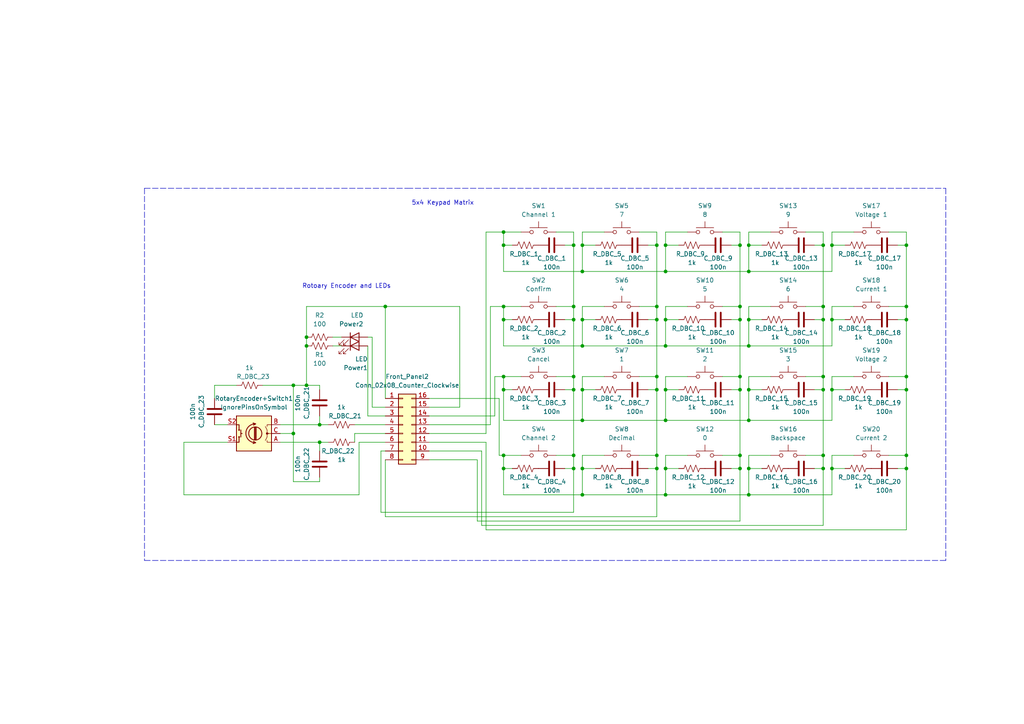
<source format=kicad_sch>
(kicad_sch (version 20211123) (generator eeschema)
  (paper "A4")
  (title_block (title "Front Panel I/O Board") (date "2022-09-12") (rev "1") (company "George Mason University") (comment 1 "MCU through a 2x10 JST plug.") (comment 2 "this PCB as it has its own. The PCB will e connected to the primary") (comment 3 "panel of thc case. The 20x04 Character LCD display is not part of") (comment 4 "The front panel will be on a seperate PCB connected to the front"))
  (lib_symbols
    (symbol "Connector_Generic:Conn_02x08_Counter_Clockwise" (pin_names (offset 1.016) hide)
      (property "Reference" "J" (at 1.27 10.16 0))
      (property "Value" "Conn_02x08_Counter_Clockwise" (at 1.27 -12.7 0))
      (symbol "Conn_02x08_Counter_Clockwise_1_1"
        (rectangle (start -1.27 -10.033) (end 0 -10.287) (stroke (width 0.1524)))
        (rectangle (start -1.27 -7.493) (end 0 -7.747) (stroke (width 0.1524)))
        (rectangle (start -1.27 -4.953) (end 0 -5.207) (stroke (width 0.1524)))
        (rectangle (start -1.27 -2.413) (end 0 -2.667) (stroke (width 0.1524)))
        (rectangle (start -1.27 0.127) (end 0 -0.127) (stroke (width 0.1524)))
        (rectangle (start -1.27 2.667) (end 0 2.413) (stroke (width 0.1524)))
        (rectangle (start -1.27 5.207) (end 0 4.953) (stroke (width 0.1524)))
        (rectangle (start -1.27 7.747) (end 0 7.493) (stroke (width 0.1524)))
        (rectangle (start -1.27 8.89) (end 3.81 -11.43) (stroke (width 0.254)) (fill (type background)))
        (rectangle (start 3.81 -10.033) (end 2.54 -10.287) (stroke (width 0.1524)))
        (rectangle (start 3.81 -7.493) (end 2.54 -7.747) (stroke (width 0.1524)))
        (rectangle (start 3.81 -4.953) (end 2.54 -5.207) (stroke (width 0.1524)))
        (rectangle (start 3.81 -2.413) (end 2.54 -2.667) (stroke (width 0.1524)))
        (rectangle (start 3.81 0.127) (end 2.54 -0.127) (stroke (width 0.1524)))
        (rectangle (start 3.81 2.667) (end 2.54 2.413) (stroke (width 0.1524)))
        (rectangle (start 3.81 5.207) (end 2.54 4.953) (stroke (width 0.1524)))
        (rectangle (start 3.81 7.747) (end 2.54 7.493) (stroke (width 0.1524)))
        (pin passive line (at -5.08 7.62 0) (length 3.81) (name "Pin_1") (number "1"))
        (pin passive line (at 7.62 -7.62 180) (length 3.81) (name "Pin_10") (number "10"))
        (pin passive line (at 7.62 -5.08 180) (length 3.81) (name "Pin_11") (number "11"))
        (pin passive line (at 7.62 -2.54 180) (length 3.81) (name "Pin_12") (number "12"))
        (pin passive line (at 7.62 0 180) (length 3.81) (name "Pin_13") (number "13"))
        (pin passive line (at 7.62 2.54 180) (length 3.81) (name "Pin_14") (number "14"))
        (pin passive line (at 7.62 5.08 180) (length 3.81) (name "Pin_15") (number "15"))
        (pin passive line (at 7.62 7.62 180) (length 3.81) (name "Pin_16") (number "16"))
        (pin passive line (at -5.08 5.08 0) (length 3.81) (name "Pin_2") (number "2"))
        (pin passive line (at -5.08 2.54 0) (length 3.81) (name "Pin_3") (number "3"))
        (pin passive line (at -5.08 0 0) (length 3.81) (name "Pin_4") (number "4"))
        (pin passive line (at -5.08 -2.54 0) (length 3.81) (name "Pin_5") (number "5"))
        (pin passive line (at -5.08 -5.08 0) (length 3.81) (name "Pin_6") (number "6"))
        (pin passive line (at -5.08 -7.62 0) (length 3.81) (name "Pin_7") (number "7"))
        (pin passive line (at -5.08 -10.16 0) (length 3.81) (name "Pin_8") (number "8"))
        (pin passive line (at 7.62 -10.16 180) (length 3.81) (name "Pin_9") (number "9"))
      )
    )
    (symbol "Device:C" (pin_numbers hide) (pin_names (offset 0.254))
      (property "Reference" "C" (at 0.635 2.54 0))
      (property "Value" "C" (at 0.635 -2.54 0))
      (symbol "C_0_1"
        (polyline (pts (xy -2.032 -0.762) (xy 2.032 -0.762)) (stroke (width 0.508)))
        (polyline (pts (xy -2.032 0.762) (xy 2.032 0.762)) (stroke (width 0.508)))
      )
      (symbol "C_1_1"
        (pin passive line (at 0 3.81 270) (length 2.794) (name "~") (number "1"))
        (pin passive line (at 0 -3.81 90) (length 2.794) (name "~") (number "2"))
      )
    )
    (symbol "Device:LED" (pin_numbers hide) (pin_names (offset 1.016) hide)
      (property "Reference" "D" (at 0 2.54 0))
      (property "Value" "LED" (at 0 -2.54 0))
      (symbol "LED_0_1"
        (polyline (pts (xy -1.27 -1.27) (xy -1.27 1.27)) (stroke (width 0.254)))
        (polyline (pts (xy -1.27 0) (xy 1.27 0)))
        (polyline (pts (xy 1.27 -1.27) (xy 1.27 1.27) (xy -1.27 0) (xy 1.27 -1.27)) (stroke (width 0.254)))
        (polyline (pts (xy -3.048 -0.762) (xy -4.572 -2.286) (xy -3.81 -2.286) (xy -4.572 -2.286) (xy -4.572 -1.524)))
        (polyline (pts (xy -1.778 -0.762) (xy -3.302 -2.286) (xy -2.54 -2.286) (xy -3.302 -2.286) (xy -3.302 -1.524)))
      )
      (symbol "LED_1_1"
        (pin passive line (at -3.81 0 0) (length 2.54) (name "K") (number "1"))
        (pin passive line (at 3.81 0 180) (length 2.54) (name "A") (number "2"))
      )
    )
    (symbol "Device:R_US" (pin_numbers hide) (pin_names (offset 0))
      (property "Reference" "R" (at 2.54 0 90))
      (property "Value" "R_US" (at -2.54 0 90))
      (symbol "R_US_0_1"
        (polyline (pts (xy 0 -2.286) (xy 0 -2.54)))
        (polyline (pts (xy 0 2.286) (xy 0 2.54)))
        (polyline (pts (xy 0 -0.762) (xy 1.016 -1.143) (xy 0 -1.524) (xy -1.016 -1.905) (xy 0 -2.286)))
        (polyline (pts (xy 0 0.762) (xy 1.016 0.381) (xy 0 0) (xy -1.016 -0.381) (xy 0 -0.762)))
        (polyline (pts (xy 0 2.286) (xy 1.016 1.905) (xy 0 1.524) (xy -1.016 1.143) (xy 0 0.762)))
      )
      (symbol "R_US_1_1"
        (pin passive line (at 0 3.81 270) (length 1.27) (name "~") (number "1"))
        (pin passive line (at 0 -3.81 90) (length 1.27) (name "~") (number "2"))
      )
    )
    (symbol "Device:RotaryEncoder_Switch" (pin_names (offset 0.254) hide)
      (property "Reference" "SW" (at 0 6.604 0))
      (property "Value" "RotaryEncoder_Switch" (at 0 -6.604 0))
      (symbol "RotaryEncoder_Switch_0_1"
        (rectangle (start -5.08 5.08) (end 5.08 -5.08) (stroke (width 0.254)) (fill (type background)))
        (circle (center -3.81 0) (radius 0.254) (fill (type outline)))
        (arc (start -0.381 -2.794) (mid 2.3622 -0.0508) (end -0.381 2.667) (stroke (width 0.254)))
        (circle (center -0.381 0) (radius 1.905) (stroke (width 0.254)))
        (polyline (pts (xy -0.635 -1.778) (xy -0.635 1.778)) (stroke (width 0.254)))
        (polyline (pts (xy -0.381 -1.778) (xy -0.381 1.778)) (stroke (width 0.254)))
        (polyline (pts (xy -0.127 1.778) (xy -0.127 -1.778)) (stroke (width 0.254)))
        (polyline (pts (xy 3.81 0) (xy 3.429 0)) (stroke (width 0.254)))
        (polyline (pts (xy 3.81 1.016) (xy 3.81 -1.016)) (stroke (width 0.254)))
        (polyline (pts (xy -5.08 -2.54) (xy -3.81 -2.54) (xy -3.81 -2.032)))
        (polyline (pts (xy -5.08 2.54) (xy -3.81 2.54) (xy -3.81 2.032)))
        (polyline (pts (xy 0.254 -3.048) (xy -0.508 -2.794) (xy 0.127 -2.413)) (stroke (width 0.254)))
        (polyline (pts (xy 0.254 2.921) (xy -0.508 2.667) (xy 0.127 2.286)) (stroke (width 0.254)))
        (polyline (pts (xy 5.08 -2.54) (xy 4.318 -2.54) (xy 4.318 -1.016)) (stroke (width 0.254)))
        (polyline (pts (xy 5.08 2.54) (xy 4.318 2.54) (xy 4.318 1.016)) (stroke (width 0.254)))
        (polyline (pts (xy -5.08 0) (xy -3.81 0) (xy -3.81 -1.016) (xy -3.302 -2.032)))
        (polyline (pts (xy -4.318 0) (xy -3.81 0) (xy -3.81 1.016) (xy -3.302 2.032)))
        (circle (center 4.318 -1.016) (radius 0.127) (stroke (width 0.254)))
        (circle (center 4.318 1.016) (radius 0.127) (stroke (width 0.254)))
      )
      (symbol "RotaryEncoder_Switch_1_1"
        (pin passive line (at -7.62 2.54 0) (length 2.54) (name "A") (number "A"))
        (pin passive line (at -7.62 -2.54 0) (length 2.54) (name "B") (number "B"))
        (pin passive line (at -7.62 0 0) (length 2.54) (name "C") (number "C"))
        (pin passive line (at 7.62 2.54 180) (length 2.54) (name "S1") (number "S1"))
        (pin passive line (at 7.62 -2.54 180) (length 2.54) (name "S2") (number "S2"))
      )
    )
    (symbol "Switch:SW_Push" (pin_numbers hide) (pin_names (offset 1.016) hide)
      (property "Reference" "SW" (at 1.27 2.54 0))
      (property "Value" "SW_Push" (at 0 -1.524 0))
      (symbol "SW_Push_0_1"
        (circle (center -2.032 0) (radius 0.508))
        (polyline (pts (xy 0 1.27) (xy 0 3.048)))
        (polyline (pts (xy 2.54 1.27) (xy -2.54 1.27)))
        (circle (center 2.032 0) (radius 0.508))
        (pin passive line (at -5.08 0 0) (length 2.54) (name "1") (number "1"))
        (pin passive line (at 5.08 0 180) (length 2.54) (name "2") (number "2"))
      )
    )
  )
  (junction (at 92.71 123.19))
  (junction (at 214.63 88.9))
  (junction (at 146.05 71.12))
  (junction (at 217.17 71.12))
  (junction (at 262.89 113.03))
  (junction (at 146.05 109.22))
  (junction (at 166.37 92.71))
  (junction (at 168.91 100.33))
  (junction (at 262.89 109.22))
  (junction (at 92.71 128.27))
  (junction (at 146.05 113.03))
  (junction (at 111.76 88.9))
  (junction (at 190.5 109.22))
  (junction (at 238.76 109.22))
  (junction (at 146.05 67.31))
  (junction (at 217.17 92.71))
  (junction (at 217.17 121.92))
  (junction (at 190.5 113.03))
  (junction (at 168.91 121.92))
  (junction (at 88.9 97.79))
  (junction (at 217.17 135.89))
  (junction (at 88.9 100.33))
  (junction (at 168.91 143.51))
  (junction (at 214.63 92.71))
  (junction (at 241.3 92.71))
  (junction (at 238.76 92.71))
  (junction (at 217.17 100.33))
  (junction (at 238.76 132.08))
  (junction (at 193.04 143.51))
  (junction (at 166.37 71.12))
  (junction (at 217.17 113.03))
  (junction (at 193.04 71.12))
  (junction (at 190.5 88.9))
  (junction (at 168.91 78.74))
  (junction (at 214.63 109.22))
  (junction (at 262.89 71.12))
  (junction (at 190.5 71.12))
  (junction (at 168.91 71.12))
  (junction (at 190.5 92.71))
  (junction (at 166.37 88.9))
  (junction (at 193.04 92.71))
  (junction (at 262.89 92.71))
  (junction (at 166.37 113.03))
  (junction (at 146.05 88.9))
  (junction (at 146.05 92.71))
  (junction (at 238.76 135.89))
  (junction (at 262.89 132.08))
  (junction (at 193.04 113.03))
  (junction (at 214.63 71.12))
  (junction (at 214.63 132.08))
  (junction (at 193.04 100.33))
  (junction (at 238.76 113.03))
  (junction (at 217.17 78.74))
  (junction (at 166.37 135.89))
  (junction (at 193.04 78.74))
  (junction (at 85.09 111.76))
  (junction (at 262.89 135.89))
  (junction (at 190.5 135.89))
  (junction (at 262.89 88.9))
  (junction (at 168.91 135.89))
  (junction (at 241.3 135.89))
  (junction (at 238.76 88.9))
  (junction (at 193.04 135.89))
  (junction (at 85.09 125.73))
  (junction (at 166.37 109.22))
  (junction (at 88.9 111.76))
  (junction (at 214.63 135.89))
  (junction (at 214.63 113.03))
  (junction (at 238.76 71.12))
  (junction (at 168.91 92.71))
  (junction (at 166.37 132.08))
  (junction (at 217.17 143.51))
  (junction (at 193.04 121.92))
  (junction (at 146.05 132.08))
  (junction (at 190.5 132.08))
  (junction (at 241.3 113.03))
  (junction (at 146.05 135.89))
  (junction (at 241.3 71.12))
  (junction (at 168.91 113.03))
  (wire (pts (xy 146.05 135.89) (xy 146.05 143.51)))
  (wire (pts (xy 214.63 109.22) (xy 214.63 113.03)))
  (wire (pts (xy 238.76 92.71) (xy 238.76 109.22)))
  (wire (pts (xy 214.63 71.12) (xy 214.63 88.9)))
  (wire (pts (xy 146.05 132.08) (xy 151.13 132.08)))
  (wire (pts (xy 88.9 97.79) (xy 88.9 100.33)))
  (wire (pts (xy 166.37 132.08) (xy 166.37 135.89)))
  (wire (pts (xy 214.63 71.12) (xy 212.09 71.12)))
  (wire (pts (xy 138.43 151.13) (xy 214.63 151.13)))
  (wire (pts (xy 241.3 113.03) (xy 245.11 113.03)))
  (wire (pts (xy 81.28 128.27) (xy 92.71 128.27)))
  (wire (pts (xy 190.5 88.9) (xy 190.5 92.71)))
  (wire (pts (xy 140.97 153.67) (xy 262.89 153.67)))
  (wire (pts (xy 262.89 109.22) (xy 262.89 113.03)))
  (wire (pts (xy 262.89 71.12) (xy 260.35 71.12)))
  (wire (pts (xy 92.71 128.27) (xy 92.71 130.81)))
  (wire (pts (xy 193.04 92.71) (xy 193.04 100.33)))
  (wire (pts (xy 185.42 67.31) (xy 190.5 67.31)))
  (wire (pts (xy 168.91 135.89) (xy 172.72 135.89)))
  (polyline (pts (xy 41.91 54.61) (xy 118.11 54.61)))
  (wire (pts (xy 144.78 115.57) (xy 124.46 115.57)))
  (wire (pts (xy 241.3 135.89) (xy 245.11 135.89)))
  (wire (pts (xy 124.46 125.73) (xy 140.97 125.73)))
  (wire (pts (xy 146.05 121.92) (xy 168.91 121.92)))
  (wire (pts (xy 238.76 88.9) (xy 238.76 92.71)))
  (wire (pts (xy 166.37 109.22) (xy 166.37 113.03)))
  (wire (pts (xy 262.89 135.89) (xy 260.35 135.89)))
  (wire (pts (xy 146.05 88.9) (xy 146.05 92.71)))
  (wire (pts (xy 262.89 135.89) (xy 262.89 153.67)))
  (wire (pts (xy 111.76 149.86) (xy 190.5 149.86)))
  (wire (pts (xy 238.76 71.12) (xy 236.22 71.12)))
  (wire (pts (xy 168.91 100.33) (xy 168.91 92.71)))
  (wire (pts (xy 190.5 135.89) (xy 190.5 149.86)))
  (wire (pts (xy 241.3 88.9) (xy 241.3 92.71)))
  (wire (pts (xy 146.05 92.71) (xy 148.59 92.71)))
  (wire (pts (xy 214.63 135.89) (xy 212.09 135.89)))
  (wire (pts (xy 146.05 132.08) (xy 144.78 132.08)))
  (wire (pts (xy 217.17 67.31) (xy 223.52 67.31)))
  (wire (pts (xy 241.3 67.31) (xy 247.65 67.31)))
  (wire (pts (xy 102.87 123.19) (xy 111.76 123.19)))
  (wire (pts (xy 214.63 113.03) (xy 214.63 132.08)))
  (wire (pts (xy 241.3 92.71) (xy 245.11 92.71)))
  (wire (pts (xy 92.71 123.19) (xy 95.25 123.19)))
  (wire (pts (xy 214.63 92.71) (xy 214.63 109.22)))
  (wire (pts (xy 138.43 133.35) (xy 138.43 151.13)))
  (wire (pts (xy 166.37 113.03) (xy 163.83 113.03)))
  (wire (pts (xy 166.37 67.31) (xy 166.37 71.12)))
  (wire (pts (xy 124.46 118.11) (xy 133.35 118.11)))
  (wire (pts (xy 193.04 121.92) (xy 193.04 113.03)))
  (wire (pts (xy 85.09 125.73) (xy 85.09 139.7)))
  (wire (pts (xy 166.37 92.71) (xy 166.37 109.22)))
  (wire (pts (xy 168.91 143.51) (xy 193.04 143.51)))
  (wire (pts (xy 241.3 132.08) (xy 247.65 132.08)))
  (wire (pts (xy 193.04 92.71) (xy 193.04 88.9)))
  (wire (pts (xy 262.89 67.31) (xy 262.89 71.12)))
  (wire (pts (xy 190.5 113.03) (xy 190.5 132.08)))
  (wire (pts (xy 217.17 143.51) (xy 241.3 143.51)))
  (wire (pts (xy 241.3 132.08) (xy 241.3 135.89)))
  (wire (pts (xy 209.55 109.22) (xy 214.63 109.22)))
  (wire (pts (xy 190.5 132.08) (xy 190.5 135.89)))
  (wire (pts (xy 146.05 67.31) (xy 146.05 71.12)))
  (wire (pts (xy 53.34 128.27) (xy 66.04 128.27)))
  (wire (pts (xy 209.55 67.31) (xy 214.63 67.31)))
  (wire (pts (xy 168.91 121.92) (xy 193.04 121.92)))
  (wire (pts (xy 233.68 88.9) (xy 238.76 88.9)))
  (wire (pts (xy 193.04 92.71) (xy 196.85 92.71)))
  (wire (pts (xy 146.05 78.74) (xy 168.91 78.74)))
  (wire (pts (xy 190.5 92.71) (xy 187.96 92.71)))
  (wire (pts (xy 217.17 143.51) (xy 217.17 135.89)))
  (wire (pts (xy 143.51 120.65) (xy 124.46 120.65)))
  (wire (pts (xy 166.37 92.71) (xy 163.83 92.71)))
  (wire (pts (xy 217.17 135.89) (xy 217.17 132.08)))
  (wire (pts (xy 185.42 88.9) (xy 190.5 88.9)))
  (wire (pts (xy 142.24 88.9) (xy 142.24 123.19)))
  (wire (pts (xy 92.71 120.65) (xy 92.71 123.19)))
  (wire (pts (xy 146.05 92.71) (xy 146.05 100.33)))
  (wire (pts (xy 217.17 92.71) (xy 217.17 88.9)))
  (wire (pts (xy 190.5 67.31) (xy 190.5 71.12)))
  (wire (pts (xy 111.76 115.57) (xy 111.76 88.9)))
  (wire (pts (xy 166.37 71.12) (xy 166.37 88.9)))
  (wire (pts (xy 257.81 109.22) (xy 262.89 109.22)))
  (wire (pts (xy 139.7 130.81) (xy 139.7 152.4)))
  (wire (pts (xy 168.91 92.71) (xy 172.72 92.71)))
  (wire (pts (xy 111.76 133.35) (xy 111.76 149.86)))
  (wire (pts (xy 139.7 152.4) (xy 238.76 152.4)))
  (wire (pts (xy 241.3 67.31) (xy 241.3 71.12)))
  (wire (pts (xy 85.09 111.76) (xy 88.9 111.76)))
  (wire (pts (xy 262.89 113.03) (xy 262.89 132.08)))
  (wire (pts (xy 88.9 88.9) (xy 88.9 97.79)))
  (wire (pts (xy 241.3 109.22) (xy 241.3 113.03)))
  (wire (pts (xy 190.5 135.89) (xy 187.96 135.89)))
  (wire (pts (xy 238.76 71.12) (xy 238.76 88.9)))
  (wire (pts (xy 110.49 130.81) (xy 110.49 148.59)))
  (wire (pts (xy 140.97 67.31) (xy 140.97 125.73)))
  (wire (pts (xy 81.28 123.19) (xy 92.71 123.19)))
  (wire (pts (xy 62.23 111.76) (xy 68.58 111.76)))
  (wire (pts (xy 166.37 135.89) (xy 166.37 148.59)))
  (wire (pts (xy 193.04 88.9) (xy 199.39 88.9)))
  (wire (pts (xy 217.17 100.33) (xy 241.3 100.33)))
  (polyline (pts (xy 274.32 162.56) (xy 118.11 162.56)))
  (wire (pts (xy 146.05 109.22) (xy 146.05 113.03)))
  (wire (pts (xy 262.89 132.08) (xy 262.89 135.89)))
  (polyline (pts (xy 41.91 162.56) (xy 118.11 162.56)))
  (wire (pts (xy 111.76 120.65) (xy 106.68 120.65)))
  (wire (pts (xy 238.76 109.22) (xy 238.76 113.03)))
  (wire (pts (xy 168.91 71.12) (xy 168.91 78.74)))
  (wire (pts (xy 107.95 97.79) (xy 106.68 97.79)))
  (wire (pts (xy 139.7 130.81) (xy 124.46 130.81)))
  (wire (pts (xy 110.49 130.81) (xy 111.76 130.81)))
  (wire (pts (xy 190.5 92.71) (xy 190.5 109.22)))
  (wire (pts (xy 146.05 113.03) (xy 146.05 121.92)))
  (wire (pts (xy 185.42 132.08) (xy 190.5 132.08)))
  (wire (pts (xy 166.37 88.9) (xy 166.37 92.71)))
  (wire (pts (xy 146.05 135.89) (xy 148.59 135.89)))
  (wire (pts (xy 104.14 128.27) (xy 104.14 143.51)))
  (wire (pts (xy 217.17 71.12) (xy 220.98 71.12)))
  (wire (pts (xy 257.81 67.31) (xy 262.89 67.31)))
  (wire (pts (xy 92.71 128.27) (xy 95.25 128.27)))
  (wire (pts (xy 241.3 113.03) (xy 241.3 121.92)))
  (wire (pts (xy 238.76 135.89) (xy 238.76 152.4)))
  (wire (pts (xy 217.17 109.22) (xy 223.52 109.22)))
  (wire (pts (xy 166.37 148.59) (xy 110.49 148.59)))
  (wire (pts (xy 241.3 71.12) (xy 245.11 71.12)))
  (wire (pts (xy 238.76 92.71) (xy 236.22 92.71)))
  (wire (pts (xy 81.28 125.73) (xy 85.09 125.73)))
  (wire (pts (xy 193.04 71.12) (xy 196.85 71.12)))
  (wire (pts (xy 146.05 71.12) (xy 148.59 71.12)))
  (wire (pts (xy 66.04 123.19) (xy 62.23 123.19)))
  (wire (pts (xy 193.04 78.74) (xy 193.04 71.12)))
  (wire (pts (xy 96.52 97.79) (xy 99.06 97.79)))
  (wire (pts (xy 102.87 125.73) (xy 111.76 125.73)))
  (wire (pts (xy 76.2 111.76) (xy 85.09 111.76)))
  (wire (pts (xy 238.76 135.89) (xy 236.22 135.89)))
  (wire (pts (xy 241.3 109.22) (xy 247.65 109.22)))
  (wire (pts (xy 217.17 78.74) (xy 217.17 71.12)))
  (wire (pts (xy 209.55 88.9) (xy 214.63 88.9)))
  (wire (pts (xy 168.91 92.71) (xy 168.91 88.9)))
  (wire (pts (xy 168.91 113.03) (xy 168.91 109.22)))
  (wire (pts (xy 168.91 88.9) (xy 175.26 88.9)))
  (wire (pts (xy 168.91 71.12) (xy 172.72 71.12)))
  (wire (pts (xy 53.34 143.51) (xy 53.34 128.27)))
  (polyline (pts (xy 41.91 54.61) (xy 41.91 162.56)))
  (wire (pts (xy 133.35 88.9) (xy 111.76 88.9)))
  (wire (pts (xy 217.17 135.89) (xy 220.98 135.89)))
  (wire (pts (xy 193.04 143.51) (xy 193.04 135.89)))
  (wire (pts (xy 168.91 113.03) (xy 172.72 113.03)))
  (wire (pts (xy 233.68 67.31) (xy 238.76 67.31)))
  (wire (pts (xy 214.63 135.89) (xy 214.63 151.13)))
  (wire (pts (xy 166.37 71.12) (xy 163.83 71.12)))
  (polyline (pts (xy 118.11 54.61) (xy 274.32 54.61)))
  (wire (pts (xy 214.63 113.03) (xy 212.09 113.03)))
  (wire (pts (xy 143.51 109.22) (xy 143.51 120.65)))
  (wire (pts (xy 217.17 132.08) (xy 223.52 132.08)))
  (wire (pts (xy 262.89 71.12) (xy 262.89 88.9)))
  (wire (pts (xy 62.23 115.57) (xy 62.23 111.76)))
  (wire (pts (xy 193.04 113.03) (xy 193.04 109.22)))
  (wire (pts (xy 238.76 113.03) (xy 236.22 113.03)))
  (wire (pts (xy 238.76 113.03) (xy 238.76 132.08)))
  (wire (pts (xy 193.04 100.33) (xy 217.17 100.33)))
  (wire (pts (xy 168.91 132.08) (xy 175.26 132.08)))
  (wire (pts (xy 185.42 109.22) (xy 190.5 109.22)))
  (wire (pts (xy 233.68 109.22) (xy 238.76 109.22)))
  (wire (pts (xy 241.3 71.12) (xy 241.3 78.74)))
  (wire (pts (xy 140.97 128.27) (xy 124.46 128.27)))
  (wire (pts (xy 190.5 109.22) (xy 190.5 113.03)))
  (wire (pts (xy 166.37 67.31) (xy 161.29 67.31)))
  (wire (pts (xy 217.17 92.71) (xy 220.98 92.71)))
  (wire (pts (xy 92.71 139.7) (xy 92.71 138.43)))
  (wire (pts (xy 217.17 78.74) (xy 241.3 78.74)))
  (wire (pts (xy 146.05 109.22) (xy 143.51 109.22)))
  (wire (pts (xy 241.3 88.9) (xy 247.65 88.9)))
  (wire (pts (xy 257.81 88.9) (xy 262.89 88.9)))
  (wire (pts (xy 140.97 128.27) (xy 140.97 153.67)))
  (wire (pts (xy 209.55 132.08) (xy 214.63 132.08)))
  (wire (pts (xy 214.63 67.31) (xy 214.63 71.12)))
  (wire (pts (xy 262.89 92.71) (xy 262.89 109.22)))
  (wire (pts (xy 217.17 113.03) (xy 217.17 109.22)))
  (wire (pts (xy 190.5 113.03) (xy 187.96 113.03)))
  (wire (pts (xy 168.91 67.31) (xy 175.26 67.31)))
  (wire (pts (xy 88.9 111.76) (xy 92.71 111.76)))
  (wire (pts (xy 193.04 78.74) (xy 217.17 78.74)))
  (wire (pts (xy 166.37 113.03) (xy 166.37 132.08)))
  (wire (pts (xy 138.43 133.35) (xy 124.46 133.35)))
  (wire (pts (xy 238.76 67.31) (xy 238.76 71.12)))
  (wire (pts (xy 146.05 143.51) (xy 168.91 143.51)))
  (wire (pts (xy 166.37 135.89) (xy 163.83 135.89)))
  (wire (pts (xy 217.17 100.33) (xy 217.17 92.71)))
  (wire (pts (xy 146.05 100.33) (xy 168.91 100.33)))
  (wire (pts (xy 241.3 135.89) (xy 241.3 143.51)))
  (wire (pts (xy 193.04 132.08) (xy 199.39 132.08)))
  (wire (pts (xy 168.91 109.22) (xy 175.26 109.22)))
  (wire (pts (xy 193.04 143.51) (xy 217.17 143.51)))
  (wire (pts (xy 190.5 71.12) (xy 187.96 71.12)))
  (wire (pts (xy 233.68 132.08) (xy 238.76 132.08)))
  (wire (pts (xy 262.89 88.9) (xy 262.89 92.71)))
  (wire (pts (xy 190.5 71.12) (xy 190.5 88.9)))
  (wire (pts (xy 257.81 132.08) (xy 262.89 132.08)))
  (wire (pts (xy 214.63 132.08) (xy 214.63 135.89)))
  (wire (pts (xy 193.04 135.89) (xy 193.04 132.08)))
  (wire (pts (xy 133.35 118.11) (xy 133.35 88.9)))
  (wire (pts (xy 217.17 121.92) (xy 241.3 121.92)))
  (wire (pts (xy 193.04 121.92) (xy 217.17 121.92)))
  (wire (pts (xy 161.29 88.9) (xy 166.37 88.9)))
  (wire (pts (xy 193.04 113.03) (xy 196.85 113.03)))
  (wire (pts (xy 262.89 113.03) (xy 260.35 113.03)))
  (wire (pts (xy 146.05 88.9) (xy 142.24 88.9)))
  (wire (pts (xy 146.05 67.31) (xy 140.97 67.31)))
  (wire (pts (xy 146.05 109.22) (xy 151.13 109.22)))
  (wire (pts (xy 111.76 118.11) (xy 107.95 118.11)))
  (wire (pts (xy 193.04 71.12) (xy 193.04 67.31)))
  (wire (pts (xy 146.05 71.12) (xy 146.05 78.74)))
  (wire (pts (xy 238.76 132.08) (xy 238.76 135.89)))
  (wire (pts (xy 168.91 121.92) (xy 168.91 113.03)))
  (wire (pts (xy 217.17 113.03) (xy 220.98 113.03)))
  (wire (pts (xy 102.87 128.27) (xy 102.87 125.73)))
  (wire (pts (xy 146.05 67.31) (xy 151.13 67.31)))
  (wire (pts (xy 214.63 88.9) (xy 214.63 92.71)))
  (wire (pts (xy 262.89 92.71) (xy 260.35 92.71)))
  (wire (pts (xy 161.29 132.08) (xy 166.37 132.08)))
  (wire (pts (xy 193.04 67.31) (xy 199.39 67.31)))
  (wire (pts (xy 168.91 100.33) (xy 193.04 100.33)))
  (wire (pts (xy 85.09 125.73) (xy 85.09 111.76)))
  (wire (pts (xy 241.3 92.71) (xy 241.3 100.33)))
  (wire (pts (xy 85.09 139.7) (xy 92.71 139.7)))
  (wire (pts (xy 217.17 121.92) (xy 217.17 113.03)))
  (wire (pts (xy 88.9 100.33) (xy 88.9 111.76)))
  (wire (pts (xy 161.29 109.22) (xy 166.37 109.22)))
  (wire (pts (xy 106.68 120.65) (xy 106.68 100.33)))
  (wire (pts (xy 217.17 88.9) (xy 223.52 88.9)))
  (wire (pts (xy 124.46 123.19) (xy 142.24 123.19)))
  (wire (pts (xy 193.04 109.22) (xy 199.39 109.22)))
  (wire (pts (xy 53.34 143.51) (xy 104.14 143.51)))
  (wire (pts (xy 146.05 88.9) (xy 151.13 88.9)))
  (wire (pts (xy 193.04 135.89) (xy 196.85 135.89)))
  (wire (pts (xy 104.14 128.27) (xy 111.76 128.27)))
  (wire (pts (xy 92.71 111.76) (xy 92.71 113.03)))
  (wire (pts (xy 168.91 135.89) (xy 168.91 132.08)))
  (wire (pts (xy 96.52 100.33) (xy 99.06 100.33)))
  (wire (pts (xy 168.91 71.12) (xy 168.91 67.31)))
  (wire (pts (xy 214.63 92.71) (xy 212.09 92.71)))
  (wire (pts (xy 144.78 132.08) (xy 144.78 115.57)))
  (wire (pts (xy 217.17 71.12) (xy 217.17 67.31)))
  (wire (pts (xy 168.91 143.51) (xy 168.91 135.89)))
  (polyline (pts (xy 274.32 54.61) (xy 274.32 162.56)))
  (wire (pts (xy 146.05 113.03) (xy 148.59 113.03)))
  (wire (pts (xy 111.76 88.9) (xy 88.9 88.9)))
  (wire (pts (xy 168.91 78.74) (xy 193.04 78.74)))
  (wire (pts (xy 146.05 132.08) (xy 146.05 135.89)))
  (wire (pts (xy 107.95 118.11) (xy 107.95 97.79)))
  (text "Rotoary Encoder and LEDs" (at 87.63 83.82 0) (effects (font (size 1.27 1.27)) (justify left bottom)))
  (text "5x4 Keypad Matrix" (at 119.38 59.69 0) (effects (font (size 1.27 1.27)) (justify left bottom)))
  (symbol (lib_id "Device:C") (at 256.54 113.03 90) (unit 1)
    (property "Reference" "C_DBC_19" (at 256.54 116.84 90))
    (property "Value" "100n" (at 256.54 119.38 90))
    (property "Footprint" "Capacitor_SMD:C_0603_1608Metric" (effects hide))
  )
  (symbol (lib_id "Switch:SW_Push") (at 228.6 88.9 0) (unit 1)
    (property "Reference" "SW14" (at 228.6 81.28 0))
    (property "Value" "6" (at 228.6 83.82 0))
    (property "Footprint" "Button_Switch_THT:SW_PUSH-12mm" (effects hide))
  )
  (symbol (lib_id "Device:R_US") (at 72.39 111.76 270) (unit 1)
    (property "Reference" "R_DBC_23" (at 68.58 109.22 90) (effects (justify left)))
    (property "Value" "1k" (at 71.12 106.68 90) (effects (justify left)))
    (property "Footprint" "Resistor_SMD:R_0603_1608Metric" (effects hide))
  )
  (symbol (lib_id "Device:R_US") (at 248.92 135.89 90) (unit 1)
    (property "Reference" "R_DBC_20" (at 252.73 138.43 90) (effects (justify left)))
    (property "Value" "1k" (at 250.19 140.97 90) (effects (justify left)))
    (property "Footprint" "Resistor_SMD:R_0603_1608Metric" (effects hide))
  )
  (symbol (lib_id "Device:R_US") (at 248.92 92.71 90) (unit 1)
    (property "Reference" "R_DBC_18" (at 252.73 95.25 90) (effects (justify left)))
    (property "Value" "1k" (at 250.19 97.79 90) (effects (justify left)))
    (property "Footprint" "Resistor_SMD:R_0603_1608Metric" (effects hide))
  )
  (symbol (lib_id "Switch:SW_Push") (at 204.47 132.08 0) (unit 1)
    (property "Reference" "SW12" (at 204.47 124.46 0))
    (property "Value" "0" (at 204.47 127 0))
    (property "Footprint" "Button_Switch_THT:SW_PUSH-12mm" (effects hide))
  )
  (symbol (lib_id "Switch:SW_Push") (at 204.47 109.22 0) (unit 1)
    (property "Reference" "SW11" (at 204.47 101.6 0))
    (property "Value" "2" (at 204.47 104.14 0))
    (property "Footprint" "Button_Switch_THT:SW_PUSH-12mm" (effects hide))
  )
  (symbol (lib_id "Device:C") (at 62.23 119.38 0) (unit 1)
    (property "Reference" "C_DBC_23" (at 58.42 119.38 90))
    (property "Value" "100n" (at 55.88 119.38 90))
    (property "Footprint" "Capacitor_SMD:C_0603_1608Metric" (effects hide))
  )
  (symbol (lib_id "Device:C") (at 184.15 135.89 90) (unit 1)
    (property "Reference" "C_DBC_8" (at 184.15 139.7 90))
    (property "Value" "100n" (at 184.15 142.24 90))
    (property "Footprint" "Capacitor_SMD:C_0603_1608Metric" (effects hide))
  )
  (symbol (lib_id "Device:R_US") (at 152.4 92.71 90) (unit 1)
    (property "Reference" "R_DBC_2" (at 156.21 95.25 90) (effects (justify left)))
    (property "Value" "1k" (at 153.67 97.79 90) (effects (justify left)))
    (property "Footprint" "Resistor_SMD:R_0603_1608Metric" (effects hide))
  )
  (symbol (lib_id "Device:R_US") (at 152.4 71.12 90) (unit 1)
    (property "Reference" "R_DBC_1" (at 156.21 73.66 90) (effects (justify left)))
    (property "Value" "1k" (at 153.67 76.2 90) (effects (justify left)))
    (property "Footprint" "Resistor_SMD:R_0603_1608Metric" (effects hide))
  )
  (symbol (lib_id "Device:C") (at 160.02 113.03 90) (unit 1)
    (property "Reference" "C_DBC_3" (at 160.02 116.84 90))
    (property "Value" "100n" (at 160.02 119.38 90))
    (property "Footprint" "Capacitor_SMD:C_0603_1608Metric" (effects hide))
  )
  (symbol (lib_id "Device:C") (at 256.54 92.71 90) (unit 1)
    (property "Reference" "C_DBC_18" (at 256.54 96.52 90))
    (property "Value" "100n" (at 256.54 99.06 90))
    (property "Footprint" "Capacitor_SMD:C_0603_1608Metric" (effects hide))
  )
  (symbol (lib_id "Device:C") (at 160.02 71.12 90) (unit 1)
    (property "Reference" "C_DBC_1" (at 160.02 74.93 90))
    (property "Value" "100n" (at 160.02 77.47 90))
    (property "Footprint" "Capacitor_SMD:C_0603_1608Metric" (effects hide))
  )
  (symbol (lib_id "Device:C") (at 232.41 71.12 90) (unit 1)
    (property "Reference" "C_DBC_13" (at 232.41 74.93 90))
    (property "Value" "100n" (at 232.41 77.47 90))
    (property "Footprint" "Capacitor_SMD:C_0603_1608Metric" (effects hide))
  )
  (symbol (lib_id "Device:R_US") (at 200.66 135.89 90) (unit 1)
    (property "Reference" "R_DBC_12" (at 204.47 138.43 90) (effects (justify left)))
    (property "Value" "1k" (at 201.93 140.97 90) (effects (justify left)))
    (property "Footprint" "Resistor_SMD:R_0603_1608Metric" (effects hide))
  )
  (symbol (lib_id "Device:R_US") (at 224.79 71.12 90) (unit 1)
    (property "Reference" "R_DBC_13" (at 228.6 73.66 90) (effects (justify left)))
    (property "Value" "1k" (at 226.06 76.2 90) (effects (justify left)))
    (property "Footprint" "Resistor_SMD:R_0603_1608Metric" (effects hide))
  )
  (symbol (lib_id "Switch:SW_Push") (at 180.34 109.22 0) (unit 1)
    (property "Reference" "SW7" (at 180.34 101.6 0))
    (property "Value" "1" (at 180.34 104.14 0))
    (property "Footprint" "Button_Switch_THT:SW_PUSH-12mm" (effects hide))
  )
  (symbol (lib_id "Device:LED") (at 102.87 100.33 0) (unit 1)
    (property "Reference" "Power1" (at 106.68 106.68 0) (effects (justify right)))
    (property "Value" "LED" (at 106.68 104.14 0) (effects (justify right)))
    (property "Footprint" "LED_SMD:LED_0603_1608Metric" (effects hide))
  )
  (symbol (lib_id "Device:C") (at 160.02 92.71 90) (unit 1)
    (property "Reference" "C_DBC_2" (at 160.02 96.52 90))
    (property "Value" "100n" (at 160.02 99.06 90))
    (property "Footprint" "Capacitor_SMD:C_0603_1608Metric" (effects hide))
  )
  (symbol (lib_id "Device:C") (at 92.71 116.84 0) (unit 1)
    (property "Reference" "C_DBC_21" (at 88.9 116.84 90))
    (property "Value" "100n" (at 86.36 116.84 90))
    (property "Footprint" "Capacitor_SMD:C_0603_1608Metric" (effects hide))
  )
  (symbol (lib_id "Device:R_US") (at 248.92 71.12 90) (unit 1)
    (property "Reference" "R_DBC_17" (at 252.73 73.66 90) (effects (justify left)))
    (property "Value" "1k" (at 250.19 76.2 90) (effects (justify left)))
    (property "Footprint" "Resistor_SMD:R_0603_1608Metric" (effects hide))
  )
  (symbol (lib_id "Switch:SW_Push") (at 156.21 132.08 0) (unit 1)
    (property "Reference" "SW4" (at 156.21 124.46 0))
    (property "Value" "Channel 2" (at 156.21 127 0))
    (property "Footprint" "Button_Switch_THT:SW_PUSH-12mm" (effects hide))
  )
  (symbol (lib_id "Device:R_US") (at 176.53 135.89 90) (unit 1)
    (property "Reference" "R_DBC_8" (at 180.34 138.43 90) (effects (justify left)))
    (property "Value" "1k" (at 177.8 140.97 90) (effects (justify left)))
    (property "Footprint" "Resistor_SMD:R_0603_1608Metric" (effects hide))
  )
  (symbol (lib_id "Device:R_US") (at 92.71 97.79 270) (unit 1)
    (property "Reference" "R2" (at 92.71 91.44 90))
    (property "Value" "100" (at 92.71 93.98 90))
    (property "Footprint" "Resistor_SMD:R_0603_1608Metric" (effects hide))
  )
  (symbol (lib_id "Device:R_US") (at 176.53 71.12 90) (unit 1)
    (property "Reference" "R_DBC_5" (at 180.34 73.66 90) (effects (justify left)))
    (property "Value" "1k" (at 177.8 76.2 90) (effects (justify left)))
    (property "Footprint" "Resistor_SMD:R_0603_1608Metric" (effects hide))
  )
  (symbol (lib_id "Device:C") (at 256.54 71.12 90) (unit 1)
    (property "Reference" "C_DBC_17" (at 256.54 74.93 90))
    (property "Value" "100n" (at 256.54 77.47 90))
    (property "Footprint" "Capacitor_SMD:C_0603_1608Metric" (effects hide))
  )
  (symbol (lib_id "Device:R_US") (at 152.4 113.03 90) (unit 1)
    (property "Reference" "R_DBC_3" (at 156.21 115.57 90) (effects (justify left)))
    (property "Value" "1k" (at 153.67 118.11 90) (effects (justify left)))
    (property "Footprint" "Resistor_SMD:R_0603_1608Metric" (effects hide))
  )
  (symbol (lib_id "Connector_Generic:Conn_02x08_Counter_Clockwise") (at 116.84 123.19 0) (unit 1)
    (property "Reference" "Front_Panel2" (at 118.11 109.22 0))
    (property "Value" "Conn_02x08_Counter_Clockwise" (at 118.11 111.76 0))
    (property "Footprint" "Connector_IDC:IDC-Header_2x08_P2.54mm_Vertical" (effects hide))
  )
  (symbol (lib_id "Device:R_US") (at 92.71 100.33 270) (unit 1)
    (property "Reference" "R1" (at 92.71 102.87 90))
    (property "Value" "100" (at 92.71 105.41 90))
    (property "Footprint" "Resistor_SMD:R_0603_1608Metric" (effects hide))
  )
  (symbol (lib_id "Device:C") (at 232.41 113.03 90) (unit 1)
    (property "Reference" "C_DBC_15" (at 232.41 116.84 90))
    (property "Value" "100n" (at 232.41 119.38 90))
    (property "Footprint" "Capacitor_SMD:C_0603_1608Metric" (effects hide))
  )
  (symbol (lib_id "Switch:SW_Push") (at 156.21 67.31 0) (unit 1)
    (property "Reference" "SW1" (at 156.21 59.69 0))
    (property "Value" "Channel 1" (at 156.21 62.23 0))
    (property "Footprint" "Button_Switch_THT:SW_PUSH-12mm" (effects hide))
  )
  (symbol (lib_id "Device:C") (at 184.15 71.12 90) (unit 1)
    (property "Reference" "C_DBC_5" (at 184.15 74.93 90))
    (property "Value" "100n" (at 184.15 77.47 90))
    (property "Footprint" "Capacitor_SMD:C_0603_1608Metric" (effects hide))
  )
  (symbol (lib_id "Device:R_US") (at 224.79 92.71 90) (unit 1)
    (property "Reference" "R_DBC_14" (at 228.6 95.25 90) (effects (justify left)))
    (property "Value" "1k" (at 226.06 97.79 90) (effects (justify left)))
    (property "Footprint" "Resistor_SMD:R_0603_1608Metric" (effects hide))
  )
  (symbol (lib_id "Device:R_US") (at 224.79 113.03 90) (unit 1)
    (property "Reference" "R_DBC_15" (at 228.6 115.57 90) (effects (justify left)))
    (property "Value" "1k" (at 226.06 118.11 90) (effects (justify left)))
    (property "Footprint" "Resistor_SMD:R_0603_1608Metric" (effects hide))
  )
  (symbol (lib_id "Switch:SW_Push") (at 156.21 88.9 0) (unit 1)
    (property "Reference" "SW2" (at 156.21 81.28 0))
    (property "Value" "Confirm" (at 156.21 83.82 0))
    (property "Footprint" "Button_Switch_THT:SW_PUSH-12mm" (effects hide))
  )
  (symbol (lib_id "Switch:SW_Push") (at 180.34 132.08 0) (unit 1)
    (property "Reference" "SW8" (at 180.34 124.46 0))
    (property "Value" "Decimal" (at 180.34 127 0))
    (property "Footprint" "Button_Switch_THT:SW_PUSH-12mm" (effects hide))
  )
  (symbol (lib_id "Switch:SW_Push") (at 228.6 132.08 0) (unit 1)
    (property "Reference" "SW16" (at 228.6 124.46 0))
    (property "Value" "Backspace" (at 228.6 127 0))
    (property "Footprint" "Button_Switch_THT:SW_PUSH-12mm" (effects hide))
  )
  (symbol (lib_id "Device:C") (at 256.54 135.89 90) (unit 1)
    (property "Reference" "C_DBC_20" (at 256.54 139.7 90))
    (property "Value" "100n" (at 256.54 142.24 90))
    (property "Footprint" "Capacitor_SMD:C_0603_1608Metric" (effects hide))
  )
  (symbol (lib_id "Device:C") (at 208.28 113.03 90) (unit 1)
    (property "Reference" "C_DBC_11" (at 208.28 116.84 90))
    (property "Value" "100n" (at 208.28 119.38 90))
    (property "Footprint" "Capacitor_SMD:C_0603_1608Metric" (effects hide))
  )
  (symbol (lib_id "Switch:SW_Push") (at 252.73 109.22 0) (unit 1)
    (property "Reference" "SW19" (at 252.73 101.6 0))
    (property "Value" "Voltage 2" (at 252.73 104.14 0))
    (property "Footprint" "Button_Switch_THT:SW_PUSH-12mm" (effects hide))
  )
  (symbol (lib_id "Device:C") (at 184.15 92.71 90) (unit 1)
    (property "Reference" "C_DBC_6" (at 184.15 96.52 90))
    (property "Value" "100n" (at 184.15 99.06 90))
    (property "Footprint" "Capacitor_SMD:C_0603_1608Metric" (effects hide))
  )
  (symbol (lib_id "Device:C") (at 208.28 71.12 90) (unit 1)
    (property "Reference" "C_DBC_9" (at 208.28 74.93 90))
    (property "Value" "100n" (at 208.28 77.47 90))
    (property "Footprint" "Capacitor_SMD:C_0603_1608Metric" (effects hide))
  )
  (symbol (lib_id "Device:C") (at 208.28 92.71 90) (unit 1)
    (property "Reference" "C_DBC_10" (at 208.28 96.52 90))
    (property "Value" "100n" (at 208.28 99.06 90))
    (property "Footprint" "Capacitor_SMD:C_0603_1608Metric" (effects hide))
  )
  (symbol (lib_id "Device:R_US") (at 200.66 113.03 90) (unit 1)
    (property "Reference" "R_DBC_11" (at 204.47 115.57 90) (effects (justify left)))
    (property "Value" "1k" (at 201.93 118.11 90) (effects (justify left)))
    (property "Footprint" "Resistor_SMD:R_0603_1608Metric" (effects hide))
  )
  (symbol (lib_id "Device:R_US") (at 99.06 128.27 90) (unit 1)
    (property "Reference" "R_DBC_22" (at 102.87 130.81 90) (effects (justify left)))
    (property "Value" "1k" (at 100.33 133.35 90) (effects (justify left)))
    (property "Footprint" "Resistor_SMD:R_0603_1608Metric" (effects hide))
  )
  (symbol (lib_id "Switch:SW_Push") (at 204.47 88.9 0) (unit 1)
    (property "Reference" "SW10" (at 204.47 81.28 0))
    (property "Value" "5" (at 204.47 83.82 0))
    (property "Footprint" "Button_Switch_THT:SW_PUSH-12mm" (effects hide))
  )
  (symbol (lib_id "Device:R_US") (at 99.06 123.19 270) (unit 1)
    (property "Reference" "R_DBC_21" (at 95.25 120.65 90) (effects (justify left)))
    (property "Value" "1k" (at 97.79 118.11 90) (effects (justify left)))
    (property "Footprint" "Resistor_SMD:R_0603_1608Metric" (effects hide))
  )
  (symbol (lib_id "Switch:SW_Push") (at 228.6 67.31 0) (unit 1)
    (property "Reference" "SW13" (at 228.6 59.69 0))
    (property "Value" "9" (at 228.6 62.23 0))
    (property "Footprint" "Button_Switch_THT:SW_PUSH-12mm" (effects hide))
  )
  (symbol (lib_id "Device:R_US") (at 200.66 92.71 90) (unit 1)
    (property "Reference" "R_DBC_10" (at 204.47 95.25 90) (effects (justify left)))
    (property "Value" "1k" (at 201.93 97.79 90) (effects (justify left)))
    (property "Footprint" "Resistor_SMD:R_0603_1608Metric" (effects hide))
  )
  (symbol (lib_id "Switch:SW_Push") (at 252.73 88.9 0) (unit 1)
    (property "Reference" "SW18" (at 252.73 81.28 0))
    (property "Value" "Current 1" (at 252.73 83.82 0))
    (property "Footprint" "Button_Switch_THT:SW_PUSH-12mm" (effects hide))
  )
  (symbol (lib_id "Device:R_US") (at 152.4 135.89 90) (unit 1)
    (property "Reference" "R_DBC_4" (at 156.21 138.43 90) (effects (justify left)))
    (property "Value" "1k" (at 153.67 140.97 90) (effects (justify left)))
    (property "Footprint" "Resistor_SMD:R_0603_1608Metric" (effects hide))
  )
  (symbol (lib_id "Device:C") (at 184.15 113.03 90) (unit 1)
    (property "Reference" "C_DBC_7" (at 184.15 116.84 90))
    (property "Value" "100n" (at 184.15 119.38 90))
    (property "Footprint" "Capacitor_SMD:C_0603_1608Metric" (effects hide))
  )
  (symbol (lib_id "Device:C") (at 160.02 135.89 90) (unit 1)
    (property "Reference" "C_DBC_4" (at 160.02 139.7 90))
    (property "Value" "100n" (at 160.02 142.24 90))
    (property "Footprint" "Capacitor_SMD:C_0603_1608Metric" (effects hide))
  )
  (symbol (lib_id "Switch:SW_Push") (at 180.34 67.31 0) (unit 1)
    (property "Reference" "SW5" (at 180.34 59.69 0))
    (property "Value" "7" (at 180.34 62.23 0))
    (property "Footprint" "Button_Switch_THT:SW_PUSH-12mm" (effects hide))
  )
  (symbol (lib_id "Device:R_US") (at 248.92 113.03 90) (unit 1)
    (property "Reference" "R_DBC_19" (at 252.73 115.57 90) (effects (justify left)))
    (property "Value" "1k" (at 250.19 118.11 90) (effects (justify left)))
    (property "Footprint" "Resistor_SMD:R_0603_1608Metric" (effects hide))
  )
  (symbol (lib_id "Switch:SW_Push") (at 204.47 67.31 0) (unit 1)
    (property "Reference" "SW9" (at 204.47 59.69 0))
    (property "Value" "8" (at 204.47 62.23 0))
    (property "Footprint" "Button_Switch_THT:SW_PUSH-12mm" (effects hide))
  )
  (symbol (lib_id "Switch:SW_Push") (at 228.6 109.22 0) (unit 1)
    (property "Reference" "SW15" (at 228.6 101.6 0))
    (property "Value" "3" (at 228.6 104.14 0))
    (property "Footprint" "Button_Switch_THT:SW_PUSH-12mm" (effects hide))
  )
  (symbol (lib_id "Device:C") (at 208.28 135.89 90) (unit 1)
    (property "Reference" "C_DBC_12" (at 208.28 139.7 90))
    (property "Value" "100n" (at 208.28 142.24 90))
    (property "Footprint" "Capacitor_SMD:C_0603_1608Metric" (effects hide))
  )
  (symbol (lib_id "Device:C") (at 92.71 134.62 0) (unit 1)
    (property "Reference" "C_DBC_22" (at 88.9 134.62 90))
    (property "Value" "100n" (at 86.36 134.62 90))
    (property "Footprint" "Capacitor_SMD:C_0603_1608Metric" (effects hide))
  )
  (symbol (lib_id "Device:R_US") (at 176.53 92.71 90) (unit 1)
    (property "Reference" "R_DBC_6" (at 180.34 95.25 90) (effects (justify left)))
    (property "Value" "1k" (at 177.8 97.79 90) (effects (justify left)))
    (property "Footprint" "Resistor_SMD:R_0603_1608Metric" (effects hide))
  )
  (symbol (lib_id "Switch:SW_Push") (at 252.73 67.31 0) (unit 1)
    (property "Reference" "SW17" (at 252.73 59.69 0))
    (property "Value" "Voltage 1" (at 252.73 62.23 0))
    (property "Footprint" "Button_Switch_THT:SW_PUSH-12mm" (effects hide))
  )
  (symbol (lib_id "Device:R_US") (at 224.79 135.89 90) (unit 1)
    (property "Reference" "R_DBC_16" (at 228.6 138.43 90) (effects (justify left)))
    (property "Value" "1k" (at 226.06 140.97 90) (effects (justify left)))
    (property "Footprint" "Resistor_SMD:R_0603_1608Metric" (effects hide))
  )
  (symbol (lib_id "Device:C") (at 232.41 92.71 90) (unit 1)
    (property "Reference" "C_DBC_14" (at 232.41 96.52 90))
    (property "Value" "100n" (at 232.41 99.06 90))
    (property "Footprint" "Capacitor_SMD:C_0603_1608Metric" (effects hide))
  )
  (symbol (lib_id "Device:C") (at 232.41 135.89 90) (unit 1)
    (property "Reference" "C_DBC_16" (at 232.41 139.7 90))
    (property "Value" "100n" (at 232.41 142.24 90))
    (property "Footprint" "Capacitor_SMD:C_0603_1608Metric" (effects hide))
  )
  (symbol (lib_id "Device:R_US") (at 176.53 113.03 90) (unit 1)
    (property "Reference" "R_DBC_7" (at 180.34 115.57 90) (effects (justify left)))
    (property "Value" "1k" (at 177.8 118.11 90) (effects (justify left)))
    (property "Footprint" "Resistor_SMD:R_0603_1608Metric" (effects hide))
  )
  (symbol (lib_id "Device:R_US") (at 200.66 71.12 90) (unit 1)
    (property "Reference" "R_DBC_9" (at 204.47 73.66 90) (effects (justify left)))
    (property "Value" "1k" (at 201.93 76.2 90) (effects (justify left)))
    (property "Footprint" "Resistor_SMD:R_0603_1608Metric" (effects hide))
  )
  (symbol (lib_id "Switch:SW_Push") (at 156.21 109.22 0) (unit 1)
    (property "Reference" "SW3" (at 156.21 101.6 0))
    (property "Value" "Cancel" (at 156.21 104.14 0))
    (property "Footprint" "Button_Switch_THT:SW_PUSH-12mm" (effects hide))
  )
  (symbol (lib_id "Device:RotaryEncoder_Switch") (at 73.66 125.73 180) (unit 1)
    (property "Reference" "RotaryEncoder+Switch1" (at 73.66 115.57 0))
    (property "Value" "IgnorePinsOnSymbol" (at 73.66 118.11 0))
    (property "Footprint" "Rotary_Encoder:RotaryEncoder_Alps_EC11E-Switch_Vertical_H20mm" (effects hide))
  )
  (symbol (lib_id "Device:LED") (at 102.87 97.79 0) (unit 1)
    (property "Reference" "Power2" (at 105.41 93.98 0) (effects (justify right)))
    (property "Value" "LED" (at 105.41 91.44 0) (effects (justify right)))
    (property "Footprint" "LED_SMD:LED_0603_1608Metric" (effects hide))
  )
  (symbol (lib_id "Switch:SW_Push") (at 180.34 88.9 0) (unit 1)
    (property "Reference" "SW6" (at 180.34 81.28 0))
    (property "Value" "4" (at 180.34 83.82 0))
    (property "Footprint" "Button_Switch_THT:SW_PUSH-12mm" (effects hide))
  )
  (symbol (lib_id "Switch:SW_Push") (at 252.73 132.08 0) (unit 1)
    (property "Reference" "SW20" (at 252.73 124.46 0))
    (property "Value" "Current 2" (at 252.73 127 0))
    (property "Footprint" "Button_Switch_THT:SW_PUSH-12mm" (effects hide))
  )
)
</source>
